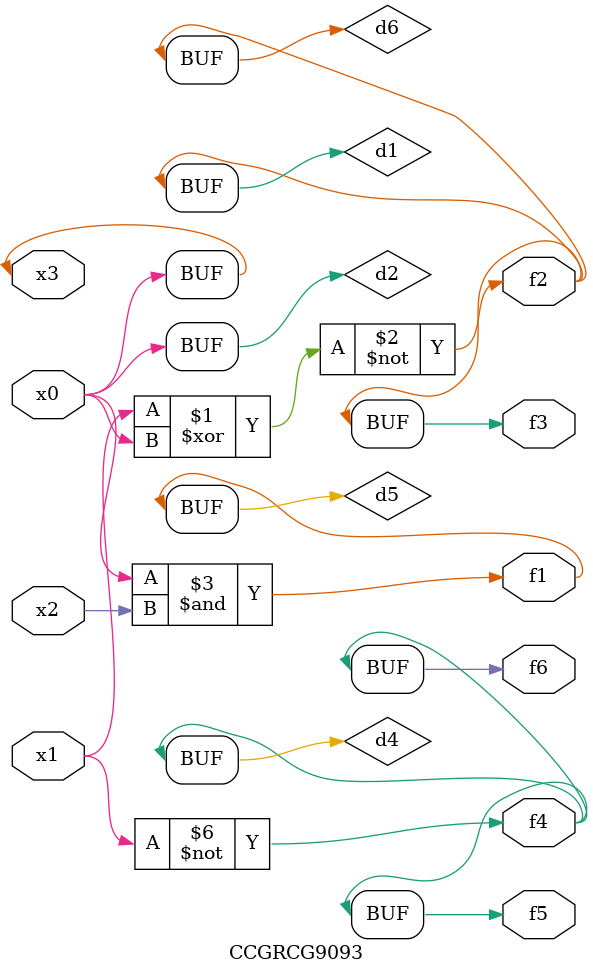
<source format=v>
module CCGRCG9093(
	input x0, x1, x2, x3,
	output f1, f2, f3, f4, f5, f6
);

	wire d1, d2, d3, d4, d5, d6;

	xnor (d1, x1, x3);
	buf (d2, x0, x3);
	nand (d3, x0, x2);
	not (d4, x1);
	nand (d5, d3);
	or (d6, d1);
	assign f1 = d5;
	assign f2 = d6;
	assign f3 = d6;
	assign f4 = d4;
	assign f5 = d4;
	assign f6 = d4;
endmodule

</source>
